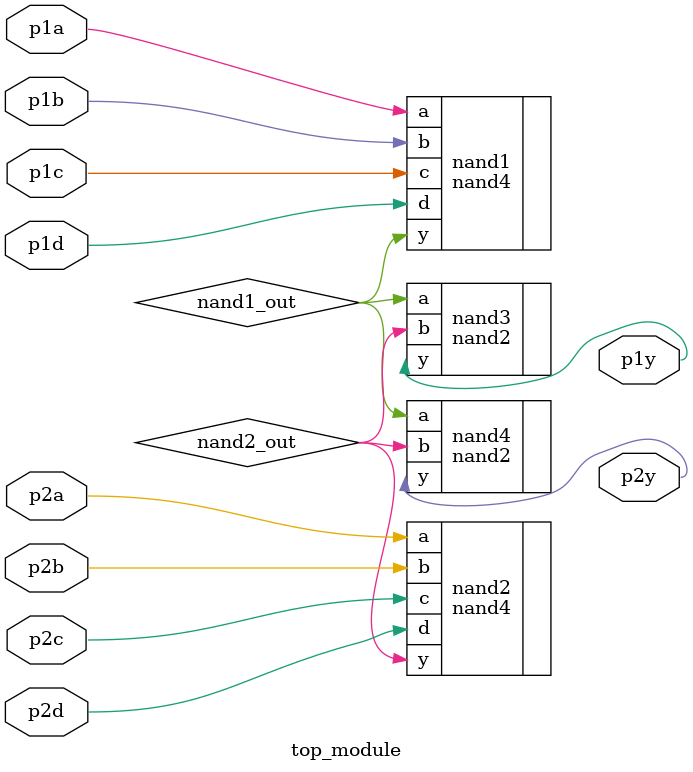
<source format=sv>
module top_module(
  input p1a, 
  input p1b, 
  input p1c, 
  input p1d, 
  output p1y, 
  input p2a, 
  input p2b, 
  input p2c, 
  input p2d, 
  output p2y
);

wire nand1_out;
wire nand2_out;

nand4 nand1(.a(p1a), .b(p1b), .c(p1c), .d(p1d), .y(nand1_out));
nand4 nand2(.a(p2a), .b(p2b), .c(p2c), .d(p2d), .y(nand2_out));
nand2 nand3(.a(nand1_out), .b(nand2_out), .y(p1y));
nand2 nand4(.a(nand1_out), .b(nand2_out), .y(p2y));

endmodule

</source>
